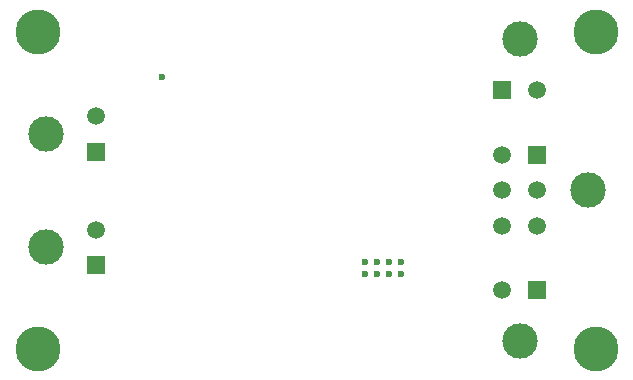
<source format=gbr>
%TF.GenerationSoftware,KiCad,Pcbnew,(7.0.0)*%
%TF.CreationDate,2023-03-07T20:41:21-05:00*%
%TF.ProjectId,Power Distribution Board,506f7765-7220-4446-9973-747269627574,rev?*%
%TF.SameCoordinates,Original*%
%TF.FileFunction,Soldermask,Bot*%
%TF.FilePolarity,Negative*%
%FSLAX46Y46*%
G04 Gerber Fmt 4.6, Leading zero omitted, Abs format (unit mm)*
G04 Created by KiCad (PCBNEW (7.0.0)) date 2023-03-07 20:41:21*
%MOMM*%
%LPD*%
G01*
G04 APERTURE LIST*
%ADD10C,2.600000*%
%ADD11C,3.800000*%
%ADD12R,1.520000X1.520000*%
%ADD13C,1.520000*%
%ADD14C,3.000000*%
%ADD15C,0.600000*%
G04 APERTURE END LIST*
D10*
%TO.C,REF\u002A\u002A*%
X171094400Y-87274400D03*
D11*
X171094400Y-87274400D03*
%TD*%
D10*
%TO.C,REF\u002A\u002A*%
X171094400Y-60452000D03*
D11*
X171094400Y-60452000D03*
%TD*%
D10*
%TO.C,REF\u002A\u002A*%
X123850400Y-60452000D03*
D11*
X123850400Y-60452000D03*
%TD*%
D12*
%TO.C,J3*%
X128777999Y-70611999D03*
D13*
X128778000Y-67612000D03*
D14*
X124478000Y-69112000D03*
%TD*%
D11*
%TO.C,REF\u002A\u002A*%
X123799600Y-87274400D03*
D10*
X123799600Y-87274400D03*
%TD*%
D15*
%TO.C,U2*%
X134300000Y-64245000D03*
%TD*%
%TO.C,U1*%
X154535000Y-79953000D03*
X153535000Y-79953000D03*
X152535000Y-79953000D03*
X151535000Y-79953000D03*
X154535000Y-80953000D03*
X153535000Y-80953000D03*
X152535000Y-80953000D03*
X151535000Y-80953000D03*
%TD*%
D14*
%TO.C,J5*%
X164620000Y-86640000D03*
D13*
X163120000Y-82340000D03*
D12*
X166119999Y-82339999D03*
%TD*%
%TO.C,J4*%
X163109999Y-65399999D03*
D13*
X166110000Y-65400000D03*
D14*
X164610000Y-61100000D03*
%TD*%
%TO.C,J2*%
X124478000Y-78716000D03*
D13*
X128778000Y-77216000D03*
D12*
X128777999Y-80215999D03*
%TD*%
%TO.C,J1*%
X166115999Y-70865999D03*
D13*
X166116000Y-73865999D03*
X166116000Y-76865998D03*
X163116001Y-70866000D03*
X163116001Y-73865999D03*
X163116001Y-76865998D03*
D14*
X170415999Y-73865999D03*
%TD*%
M02*

</source>
